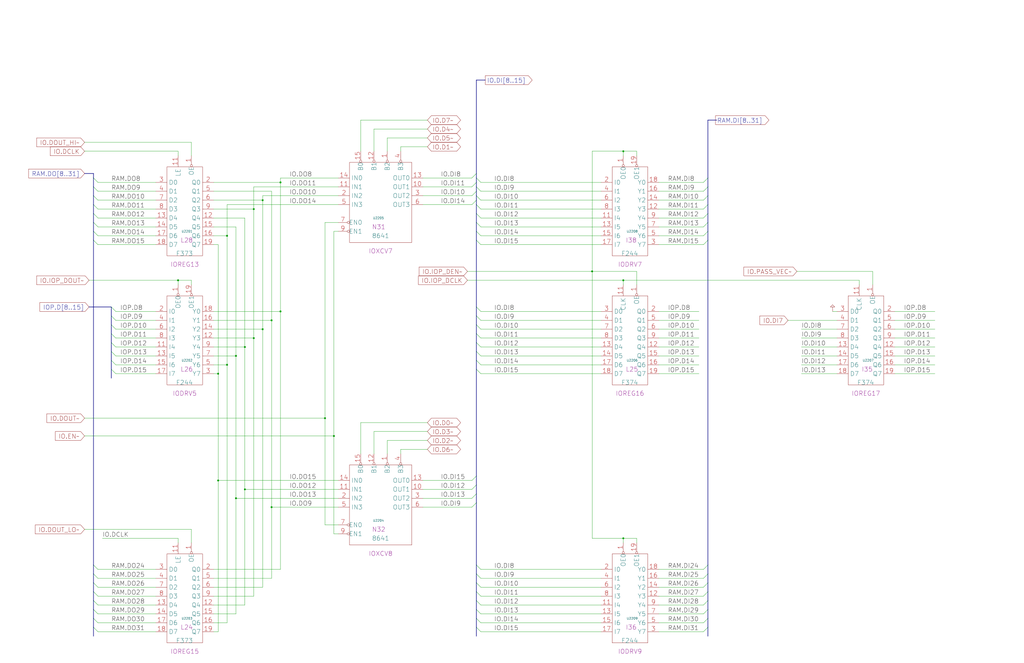
<source format=kicad_sch>
(kicad_sch (version 20220126) (generator eeschema)
  (paper "User" 584.2 378.46)
  (title_block (title "IO BUS\\nLSB DATA PATHS") (date "22-SEP-90") (rev "2.0") (comment 1 "IOC") (comment 2 "232-003061") (comment 3 "S400") (comment 4 "RELEASED"))
  (lib_symbols
    (symbol "r1000:8641" (pin_names (offset 1.016))
      (property "Reference" "U" (at 2.54 5.08 0))
      (property "Value" "8641" (at -1.27 -5.08 0))
      (property "Location" "___" (at -1.27 0 0))
      (property "Name" "______" (at 3.81 -15.24 0))
      (symbol "8641_1_1"
        (circle (center -14.605 -2.54) (radius 0.635))
        (circle (center -14.605 2.54) (radius 0.635))
        (rectangle (start -13.97 36.83) (end 21.59 -8.89))
        (circle (center -7.62 37.465) (radius 0.635))
        (circle (center 0 37.465) (radius 0.635))
        (circle (center 7.62 37.465) (radius 0.635))
        (circle (center 15.24 37.465) (radius 0.635))
        (pin bidirectional line (at 7.62 43.18 270) (length 5.08) (name "B2") (number "1"))
        (pin output line (at 27.94 22.86 180) (length 6.35) (name "OUT1") (number "10"))
        (pin input line (at -20.32 22.86 0) (length 6.35) (name "IN1") (number "11"))
        (pin bidirectional line (at 0 43.18 270) (length 5.08) (name "B1") (number "12"))
        (pin output line (at 27.94 27.94 180) (length 6.35) (name "OUT0") (number "13"))
        (pin input line (at -20.32 27.94 0) (length 6.35) (name "IN0") (number "14"))
        (pin bidirectional line (at -7.62 43.18 270) (length 5.08) (name "B0") (number "15"))
        (pin input line (at -20.32 17.78 0) (length 6.35) (name "IN2") (number "2"))
        (pin output line (at 27.94 17.78 180) (length 6.35) (name "OUT2") (number "3"))
        (pin bidirectional line (at 15.24 43.18 270) (length 5.08) (name "B3") (number "4"))
        (pin input line (at -20.32 12.7 0) (length 6.35) (name "IN3") (number "5"))
        (pin output line (at 27.94 12.7 180) (length 6.35) (name "OUT3") (number "6"))
        (pin input line (at -20.32 2.54 0) (length 5.08) (name "EN0") (number "7"))
        (pin input line (at -20.32 -2.54 0) (length 5.08) (name "EN1") (number "9"))
      )
    )
    (symbol "r1000:F244" (pin_names (offset 1.016))
      (property "Reference" "U" (at 2.54 5.08 0))
      (property "Value" "F244" (at -3.81 -7.62 0))
      (property "Location" "___" (at -1.27 0 0))
      (property "Name" "______" (at 1.27 -15.24 0))
      (symbol "F244_1_1"
        (rectangle (start -8.89 41.91) (end 11.43 -8.89))
        (circle (center -2.54 42.545) (radius 0.635))
        (circle (center 5.08 42.545) (radius 0.635))
        (pin input line (at -2.54 48.26 270) (length 5.08) (name "OE0") (number "1"))
        (pin input line (at -15.24 12.7 0) (length 6.35) (name "I4") (number "11"))
        (pin tri_state line (at 17.78 17.78 180) (length 6.35) (name "Y3") (number "12"))
        (pin input line (at -15.24 7.62 0) (length 6.35) (name "I5") (number "13"))
        (pin tri_state line (at 17.78 22.86 180) (length 6.35) (name "Y2") (number "14"))
        (pin input line (at -15.24 2.54 0) (length 6.35) (name "I6") (number "15"))
        (pin tri_state line (at 17.78 27.94 180) (length 6.35) (name "Y1") (number "16"))
        (pin input line (at -15.24 -2.54 0) (length 6.35) (name "I7") (number "17"))
        (pin tri_state line (at 17.78 33.02 180) (length 6.35) (name "Y0") (number "18"))
        (pin input line (at 5.08 48.26 270) (length 5.08) (name "OE1") (number "19"))
        (pin input line (at -15.24 33.02 0) (length 6.35) (name "I0") (number "2"))
        (pin tri_state line (at 17.78 -2.54 180) (length 6.35) (name "Y7") (number "3"))
        (pin input line (at -15.24 27.94 0) (length 6.35) (name "I1") (number "4"))
        (pin tri_state line (at 17.78 2.54 180) (length 6.35) (name "Y6") (number "5"))
        (pin input line (at -15.24 22.86 0) (length 6.35) (name "I2") (number "6"))
        (pin tri_state line (at 17.78 7.62 180) (length 6.35) (name "Y5") (number "7"))
        (pin input line (at -15.24 17.78 0) (length 6.35) (name "I3") (number "8"))
        (pin tri_state line (at 17.78 12.7 180) (length 6.35) (name "Y4") (number "9"))
      )
    )
    (symbol "r1000:F373" (pin_names (offset 1.016))
      (property "Reference" "U" (at 2.54 5.08 0))
      (property "Value" "F373" (at -3.81 -7.62 0))
      (property "Location" "___" (at -1.27 0 0))
      (property "Name" "______" (at 1.27 -15.24 0))
      (symbol "F373_1_1"
        (rectangle (start -8.89 41.91) (end 11.43 -8.89))
        (circle (center 5.08 42.545) (radius 0.635))
        (pin input line (at 5.08 48.26 270) (length 5.08) (name "OE") (number "1"))
        (pin input line (at -2.54 48.26 270) (length 6.35) (name "LE") (number "11"))
        (pin tri_state line (at 17.78 12.7 180) (length 6.35) (name "Q4") (number "12"))
        (pin input line (at -15.24 12.7 0) (length 6.35) (name "D4") (number "13"))
        (pin input line (at -15.24 7.62 0) (length 6.35) (name "D5") (number "14"))
        (pin tri_state line (at 17.78 7.62 180) (length 6.35) (name "Q5") (number "15"))
        (pin tri_state line (at 17.78 2.54 180) (length 6.35) (name "Q6") (number "16"))
        (pin input line (at -15.24 2.54 0) (length 6.35) (name "D6") (number "17"))
        (pin input line (at -15.24 -2.54 0) (length 6.35) (name "D7") (number "18"))
        (pin tri_state line (at 17.78 -2.54 180) (length 6.35) (name "Q7") (number "19"))
        (pin tri_state line (at 17.78 33.02 180) (length 6.35) (name "Q0") (number "2"))
        (pin input line (at -15.24 33.02 0) (length 6.35) (name "D0") (number "3"))
        (pin input line (at -15.24 27.94 0) (length 6.35) (name "D1") (number "4"))
        (pin tri_state line (at 17.78 27.94 180) (length 6.35) (name "Q1") (number "5"))
        (pin tri_state line (at 17.78 22.86 180) (length 6.35) (name "Q2") (number "6"))
        (pin input line (at -15.24 22.86 0) (length 6.35) (name "D2") (number "7"))
        (pin input line (at -15.24 17.78 0) (length 6.35) (name "D3") (number "8"))
        (pin tri_state line (at 17.78 17.78 180) (length 6.35) (name "Q3") (number "9"))
      )
    )
    (symbol "r1000:F374" (pin_names (offset 1.016))
      (property "Reference" "U" (at 2.54 5.08 0))
      (property "Value" "F374" (at -3.81 -7.62 0))
      (property "Location" "___" (at -1.27 0 0))
      (property "Name" "______" (at 1.27 -15.24 0))
      (symbol "F374_1_1"
        (rectangle (start -8.89 41.91) (end 11.43 -8.89))
        (circle (center 5.08 42.545) (radius 0.635))
        (pin input line (at 5.08 48.26 270) (length 5.08) (name "OE") (number "1"))
        (pin input line (at -2.54 48.26 270) (length 6.35) (name "CLK") (number "11"))
        (pin tri_state line (at 17.78 12.7 180) (length 6.35) (name "Q4") (number "12"))
        (pin input line (at -15.24 12.7 0) (length 6.35) (name "D4") (number "13"))
        (pin input line (at -15.24 7.62 0) (length 6.35) (name "D5") (number "14"))
        (pin tri_state line (at 17.78 7.62 180) (length 6.35) (name "Q5") (number "15"))
        (pin tri_state line (at 17.78 2.54 180) (length 6.35) (name "Q6") (number "16"))
        (pin input line (at -15.24 2.54 0) (length 6.35) (name "D6") (number "17"))
        (pin input line (at -15.24 -2.54 0) (length 6.35) (name "D7") (number "18"))
        (pin tri_state line (at 17.78 -2.54 180) (length 6.35) (name "Q7") (number "19"))
        (pin tri_state line (at 17.78 33.02 180) (length 6.35) (name "Q0") (number "2"))
        (pin input line (at -15.24 33.02 0) (length 6.35) (name "D0") (number "3"))
        (pin input line (at -15.24 27.94 0) (length 6.35) (name "D1") (number "4"))
        (pin tri_state line (at 17.78 27.94 180) (length 6.35) (name "Q1") (number "5"))
        (pin tri_state line (at 17.78 22.86 180) (length 6.35) (name "Q2") (number "6"))
        (pin input line (at -15.24 22.86 0) (length 6.35) (name "D2") (number "7"))
        (pin input line (at -15.24 17.78 0) (length 6.35) (name "D3") (number "8"))
        (pin tri_state line (at 17.78 17.78 180) (length 6.35) (name "Q3") (number "9"))
      )
    )
    (symbol "r1000:PU" (power) (pin_numbers hide) (pin_names hide)
      (symbol "PU_0_1"
        (polyline (pts (xy 0 2.54) (xy -1.27 2.54) (xy 0 3.81) (xy 1.27 2.54) (xy 0 2.54)) (stroke (width 0.1524)))
      )
      (symbol "PU_1_1"
        (pin power_in line (at 0 0 90) (length 2.54) (name "PU") (number "1"))
      )
    )
  )
  (bus (pts (xy 271.78 101.6) (xy 271.78 104.14)))
  (bus (pts (xy 271.78 104.14) (xy 271.78 106.68)))
  (bus (pts (xy 271.78 106.68) (xy 271.78 109.22)))
  (bus (pts (xy 271.78 109.22) (xy 271.78 111.76)))
  (bus (pts (xy 271.78 111.76) (xy 271.78 114.3)))
  (bus (pts (xy 271.78 114.3) (xy 271.78 116.84)))
  (bus (pts (xy 271.78 116.84) (xy 271.78 121.92)))
  (bus (pts (xy 271.78 121.92) (xy 271.78 127)))
  (bus (pts (xy 271.78 127) (xy 271.78 132.08)))
  (bus (pts (xy 271.78 132.08) (xy 271.78 137.16)))
  (bus (pts (xy 271.78 137.16) (xy 271.78 175.26)))
  (bus (pts (xy 271.78 175.26) (xy 271.78 180.34)))
  (bus (pts (xy 271.78 180.34) (xy 271.78 185.42)))
  (bus (pts (xy 271.78 185.42) (xy 271.78 190.5)))
  (bus (pts (xy 271.78 190.5) (xy 271.78 195.58)))
  (bus (pts (xy 271.78 195.58) (xy 271.78 200.66)))
  (bus (pts (xy 271.78 200.66) (xy 271.78 205.74)))
  (bus (pts (xy 271.78 205.74) (xy 271.78 210.82)))
  (bus (pts (xy 271.78 210.82) (xy 271.78 271.78)))
  (bus (pts (xy 271.78 271.78) (xy 271.78 276.86)))
  (bus (pts (xy 271.78 276.86) (xy 271.78 281.94)))
  (bus (pts (xy 271.78 281.94) (xy 271.78 287.02)))
  (bus (pts (xy 271.78 287.02) (xy 271.78 322.58)))
  (bus (pts (xy 271.78 322.58) (xy 271.78 327.66)))
  (bus (pts (xy 271.78 327.66) (xy 271.78 332.74)))
  (bus (pts (xy 271.78 332.74) (xy 271.78 337.82)))
  (bus (pts (xy 271.78 337.82) (xy 271.78 342.9)))
  (bus (pts (xy 271.78 342.9) (xy 271.78 347.98)))
  (bus (pts (xy 271.78 347.98) (xy 271.78 353.06)))
  (bus (pts (xy 271.78 353.06) (xy 271.78 358.14)))
  (bus (pts (xy 271.78 358.14) (xy 271.78 363.22)))
  (bus (pts (xy 271.78 45.72) (xy 271.78 99.06)))
  (bus (pts (xy 271.78 99.06) (xy 271.78 101.6)))
  (bus (pts (xy 276.86 45.72) (xy 271.78 45.72)))
  (bus (pts (xy 403.86 101.6) (xy 403.86 106.68)))
  (bus (pts (xy 403.86 106.68) (xy 403.86 111.76)))
  (bus (pts (xy 403.86 111.76) (xy 403.86 116.84)))
  (bus (pts (xy 403.86 116.84) (xy 403.86 121.92)))
  (bus (pts (xy 403.86 121.92) (xy 403.86 127)))
  (bus (pts (xy 403.86 127) (xy 403.86 132.08)))
  (bus (pts (xy 403.86 132.08) (xy 403.86 137.16)))
  (bus (pts (xy 403.86 137.16) (xy 403.86 322.58)))
  (bus (pts (xy 403.86 322.58) (xy 403.86 327.66)))
  (bus (pts (xy 403.86 327.66) (xy 403.86 332.74)))
  (bus (pts (xy 403.86 332.74) (xy 403.86 337.82)))
  (bus (pts (xy 403.86 337.82) (xy 403.86 342.9)))
  (bus (pts (xy 403.86 342.9) (xy 403.86 347.98)))
  (bus (pts (xy 403.86 347.98) (xy 403.86 353.06)))
  (bus (pts (xy 403.86 353.06) (xy 403.86 358.14)))
  (bus (pts (xy 403.86 358.14) (xy 403.86 363.22)))
  (bus (pts (xy 403.86 68.58) (xy 403.86 101.6)))
  (bus (pts (xy 403.86 68.58) (xy 408.94 68.58)))
  (bus (pts (xy 48.26 99.06) (xy 53.34 99.06)))
  (bus (pts (xy 50.8 175.26) (xy 63.5 175.26)))
  (bus (pts (xy 53.34 101.6) (xy 53.34 106.68)))
  (bus (pts (xy 53.34 106.68) (xy 53.34 111.76)))
  (bus (pts (xy 53.34 111.76) (xy 53.34 116.84)))
  (bus (pts (xy 53.34 116.84) (xy 53.34 121.92)))
  (bus (pts (xy 53.34 121.92) (xy 53.34 127)))
  (bus (pts (xy 53.34 127) (xy 53.34 132.08)))
  (bus (pts (xy 53.34 132.08) (xy 53.34 137.16)))
  (bus (pts (xy 53.34 137.16) (xy 53.34 322.58)))
  (bus (pts (xy 53.34 322.58) (xy 53.34 327.66)))
  (bus (pts (xy 53.34 327.66) (xy 53.34 332.74)))
  (bus (pts (xy 53.34 332.74) (xy 53.34 337.82)))
  (bus (pts (xy 53.34 337.82) (xy 53.34 342.9)))
  (bus (pts (xy 53.34 342.9) (xy 53.34 347.98)))
  (bus (pts (xy 53.34 347.98) (xy 53.34 353.06)))
  (bus (pts (xy 53.34 353.06) (xy 53.34 358.14)))
  (bus (pts (xy 53.34 358.14) (xy 53.34 363.22)))
  (bus (pts (xy 53.34 99.06) (xy 53.34 101.6)))
  (bus (pts (xy 63.5 175.26) (xy 63.5 180.34)))
  (bus (pts (xy 63.5 180.34) (xy 63.5 185.42)))
  (bus (pts (xy 63.5 185.42) (xy 63.5 190.5)))
  (bus (pts (xy 63.5 190.5) (xy 63.5 195.58)))
  (bus (pts (xy 63.5 195.58) (xy 63.5 200.66)))
  (bus (pts (xy 63.5 200.66) (xy 63.5 205.74)))
  (bus (pts (xy 63.5 205.74) (xy 63.5 210.82)))
  (bus (pts (xy 63.5 210.82) (xy 63.5 215.9)))
  (wire (pts (xy 101.6 160.02) (xy 101.6 162.56)))
  (wire (pts (xy 101.6 160.02) (xy 109.22 160.02)))
  (wire (pts (xy 101.6 307.34) (xy 101.6 309.88)))
  (wire (pts (xy 101.6 86.36) (xy 101.6 88.9)))
  (wire (pts (xy 109.22 160.02) (xy 109.22 162.56)))
  (wire (pts (xy 109.22 302.26) (xy 109.22 309.88)))
  (wire (pts (xy 109.22 81.28) (xy 109.22 88.9)))
  (wire (pts (xy 121.92 104.14) (xy 160.02 104.14)))
  (wire (pts (xy 121.92 114.3) (xy 149.86 114.3)))
  (wire (pts (xy 121.92 124.46) (xy 139.7 124.46)))
  (wire (pts (xy 121.92 134.62) (xy 129.54 134.62)))
  (wire (pts (xy 121.92 177.8) (xy 160.02 177.8)))
  (wire (pts (xy 121.92 182.88) (xy 154.94 182.88)))
  (wire (pts (xy 121.92 187.96) (xy 149.86 187.96)))
  (wire (pts (xy 121.92 193.04) (xy 144.78 193.04)))
  (wire (pts (xy 121.92 198.12) (xy 139.7 198.12)))
  (wire (pts (xy 121.92 203.2) (xy 134.62 203.2)))
  (wire (pts (xy 121.92 208.28) (xy 129.54 208.28)))
  (wire (pts (xy 121.92 213.36) (xy 124.46 213.36)))
  (wire (pts (xy 121.92 330.2) (xy 154.94 330.2)))
  (wire (pts (xy 121.92 340.36) (xy 144.78 340.36)))
  (wire (pts (xy 121.92 350.52) (xy 134.62 350.52)))
  (wire (pts (xy 121.92 360.68) (xy 124.46 360.68)))
  (wire (pts (xy 124.46 139.7) (xy 121.92 139.7)))
  (wire (pts (xy 124.46 213.36) (xy 124.46 139.7)))
  (wire (pts (xy 124.46 274.32) (xy 124.46 213.36)))
  (wire (pts (xy 124.46 274.32) (xy 193.04 274.32)))
  (wire (pts (xy 124.46 360.68) (xy 124.46 274.32)))
  (wire (pts (xy 129.54 116.84) (xy 129.54 134.62)))
  (wire (pts (xy 129.54 134.62) (xy 129.54 208.28)))
  (wire (pts (xy 129.54 208.28) (xy 129.54 355.6)))
  (wire (pts (xy 129.54 355.6) (xy 121.92 355.6)))
  (wire (pts (xy 134.62 129.54) (xy 121.92 129.54)))
  (wire (pts (xy 134.62 203.2) (xy 134.62 129.54)))
  (wire (pts (xy 134.62 284.48) (xy 134.62 203.2)))
  (wire (pts (xy 134.62 284.48) (xy 193.04 284.48)))
  (wire (pts (xy 134.62 350.52) (xy 134.62 284.48)))
  (wire (pts (xy 139.7 124.46) (xy 139.7 198.12)))
  (wire (pts (xy 139.7 198.12) (xy 139.7 279.4)))
  (wire (pts (xy 139.7 279.4) (xy 139.7 345.44)))
  (wire (pts (xy 139.7 279.4) (xy 193.04 279.4)))
  (wire (pts (xy 139.7 345.44) (xy 121.92 345.44)))
  (wire (pts (xy 144.78 106.68) (xy 144.78 119.38)))
  (wire (pts (xy 144.78 119.38) (xy 121.92 119.38)))
  (wire (pts (xy 144.78 193.04) (xy 144.78 119.38)))
  (wire (pts (xy 144.78 340.36) (xy 144.78 193.04)))
  (wire (pts (xy 149.86 111.76) (xy 149.86 114.3)))
  (wire (pts (xy 149.86 114.3) (xy 149.86 187.96)))
  (wire (pts (xy 149.86 187.96) (xy 149.86 335.28)))
  (wire (pts (xy 149.86 335.28) (xy 121.92 335.28)))
  (wire (pts (xy 154.94 109.22) (xy 121.92 109.22)))
  (wire (pts (xy 154.94 182.88) (xy 154.94 109.22)))
  (wire (pts (xy 154.94 289.56) (xy 154.94 182.88)))
  (wire (pts (xy 154.94 289.56) (xy 193.04 289.56)))
  (wire (pts (xy 154.94 330.2) (xy 154.94 289.56)))
  (wire (pts (xy 160.02 101.6) (xy 160.02 104.14)))
  (wire (pts (xy 160.02 104.14) (xy 160.02 177.8)))
  (wire (pts (xy 160.02 177.8) (xy 160.02 325.12)))
  (wire (pts (xy 160.02 325.12) (xy 121.92 325.12)))
  (wire (pts (xy 185.42 127) (xy 193.04 127)))
  (wire (pts (xy 185.42 238.76) (xy 185.42 127)))
  (wire (pts (xy 185.42 238.76) (xy 185.42 299.72)))
  (wire (pts (xy 185.42 299.72) (xy 193.04 299.72)))
  (wire (pts (xy 190.5 132.08) (xy 193.04 132.08)))
  (wire (pts (xy 190.5 248.92) (xy 190.5 132.08)))
  (wire (pts (xy 190.5 248.92) (xy 190.5 304.8)))
  (wire (pts (xy 190.5 304.8) (xy 193.04 304.8)))
  (wire (pts (xy 193.04 101.6) (xy 160.02 101.6)))
  (wire (pts (xy 193.04 106.68) (xy 144.78 106.68)))
  (wire (pts (xy 193.04 111.76) (xy 149.86 111.76)))
  (wire (pts (xy 193.04 116.84) (xy 129.54 116.84)))
  (wire (pts (xy 205.74 241.3) (xy 205.74 259.08)))
  (wire (pts (xy 205.74 68.58) (xy 243.84 68.58)))
  (wire (pts (xy 205.74 86.36) (xy 205.74 68.58)))
  (wire (pts (xy 213.36 246.38) (xy 243.84 246.38)))
  (wire (pts (xy 213.36 259.08) (xy 213.36 246.38)))
  (wire (pts (xy 213.36 73.66) (xy 213.36 86.36)))
  (wire (pts (xy 220.98 251.46) (xy 220.98 259.08)))
  (wire (pts (xy 220.98 78.74) (xy 243.84 78.74)))
  (wire (pts (xy 220.98 86.36) (xy 220.98 78.74)))
  (wire (pts (xy 228.6 256.54) (xy 243.84 256.54)))
  (wire (pts (xy 228.6 259.08) (xy 228.6 256.54)))
  (wire (pts (xy 228.6 83.82) (xy 228.6 86.36)))
  (wire (pts (xy 241.3 101.6) (xy 269.24 101.6)))
  (wire (pts (xy 241.3 106.68) (xy 269.24 106.68)))
  (wire (pts (xy 241.3 111.76) (xy 269.24 111.76)))
  (wire (pts (xy 241.3 116.84) (xy 269.24 116.84)))
  (wire (pts (xy 241.3 274.32) (xy 269.24 274.32)))
  (wire (pts (xy 241.3 279.4) (xy 269.24 279.4)))
  (wire (pts (xy 241.3 284.48) (xy 269.24 284.48)))
  (wire (pts (xy 241.3 289.56) (xy 269.24 289.56)))
  (wire (pts (xy 243.84 241.3) (xy 205.74 241.3)))
  (wire (pts (xy 243.84 251.46) (xy 220.98 251.46)))
  (wire (pts (xy 243.84 73.66) (xy 213.36 73.66)))
  (wire (pts (xy 243.84 83.82) (xy 228.6 83.82)))
  (wire (pts (xy 266.7 154.94) (xy 337.82 154.94)))
  (wire (pts (xy 266.7 160.02) (xy 355.6 160.02)))
  (wire (pts (xy 274.32 104.14) (xy 342.9 104.14)))
  (wire (pts (xy 274.32 109.22) (xy 342.9 109.22)))
  (wire (pts (xy 274.32 114.3) (xy 342.9 114.3)))
  (wire (pts (xy 274.32 119.38) (xy 342.9 119.38)))
  (wire (pts (xy 274.32 124.46) (xy 342.9 124.46)))
  (wire (pts (xy 274.32 129.54) (xy 342.9 129.54)))
  (wire (pts (xy 274.32 134.62) (xy 342.9 134.62)))
  (wire (pts (xy 274.32 139.7) (xy 342.9 139.7)))
  (wire (pts (xy 274.32 177.8) (xy 342.9 177.8)))
  (wire (pts (xy 274.32 182.88) (xy 342.9 182.88)))
  (wire (pts (xy 274.32 187.96) (xy 342.9 187.96)))
  (wire (pts (xy 274.32 193.04) (xy 342.9 193.04)))
  (wire (pts (xy 274.32 198.12) (xy 342.9 198.12)))
  (wire (pts (xy 274.32 203.2) (xy 342.9 203.2)))
  (wire (pts (xy 274.32 208.28) (xy 342.9 208.28)))
  (wire (pts (xy 274.32 213.36) (xy 342.9 213.36)))
  (wire (pts (xy 274.32 325.12) (xy 342.9 325.12)))
  (wire (pts (xy 274.32 330.2) (xy 342.9 330.2)))
  (wire (pts (xy 274.32 335.28) (xy 342.9 335.28)))
  (wire (pts (xy 274.32 340.36) (xy 342.9 340.36)))
  (wire (pts (xy 274.32 345.44) (xy 342.9 345.44)))
  (wire (pts (xy 274.32 350.52) (xy 342.9 350.52)))
  (wire (pts (xy 274.32 355.6) (xy 342.9 355.6)))
  (wire (pts (xy 274.32 360.68) (xy 342.9 360.68)))
  (wire (pts (xy 337.82 154.94) (xy 337.82 307.34)))
  (wire (pts (xy 337.82 154.94) (xy 337.82 86.36)))
  (wire (pts (xy 337.82 154.94) (xy 363.22 154.94)))
  (wire (pts (xy 337.82 307.34) (xy 355.6 307.34)))
  (wire (pts (xy 337.82 86.36) (xy 355.6 86.36)))
  (wire (pts (xy 355.6 160.02) (xy 355.6 162.56)))
  (wire (pts (xy 355.6 160.02) (xy 490.22 160.02)))
  (wire (pts (xy 355.6 307.34) (xy 355.6 309.88)))
  (wire (pts (xy 355.6 307.34) (xy 363.22 307.34)))
  (wire (pts (xy 355.6 86.36) (xy 355.6 88.9)))
  (wire (pts (xy 355.6 86.36) (xy 363.22 86.36)))
  (wire (pts (xy 363.22 154.94) (xy 363.22 162.56)))
  (wire (pts (xy 363.22 307.34) (xy 363.22 309.88)))
  (wire (pts (xy 363.22 86.36) (xy 363.22 88.9)))
  (wire (pts (xy 375.92 104.14) (xy 401.32 104.14)))
  (wire (pts (xy 375.92 109.22) (xy 401.32 109.22)))
  (wire (pts (xy 375.92 114.3) (xy 401.32 114.3)))
  (wire (pts (xy 375.92 119.38) (xy 401.32 119.38)))
  (wire (pts (xy 375.92 124.46) (xy 401.32 124.46)))
  (wire (pts (xy 375.92 129.54) (xy 401.32 129.54)))
  (wire (pts (xy 375.92 134.62) (xy 401.32 134.62)))
  (wire (pts (xy 375.92 139.7) (xy 401.32 139.7)))
  (wire (pts (xy 375.92 177.8) (xy 398.78 177.8)))
  (wire (pts (xy 375.92 182.88) (xy 398.78 182.88)))
  (wire (pts (xy 375.92 187.96) (xy 398.78 187.96)))
  (wire (pts (xy 375.92 193.04) (xy 398.78 193.04)))
  (wire (pts (xy 375.92 198.12) (xy 398.78 198.12)))
  (wire (pts (xy 375.92 203.2) (xy 398.78 203.2)))
  (wire (pts (xy 375.92 208.28) (xy 398.78 208.28)))
  (wire (pts (xy 375.92 213.36) (xy 398.78 213.36)))
  (wire (pts (xy 375.92 325.12) (xy 401.32 325.12)))
  (wire (pts (xy 375.92 330.2) (xy 401.32 330.2)))
  (wire (pts (xy 375.92 335.28) (xy 401.32 335.28)))
  (wire (pts (xy 375.92 340.36) (xy 401.32 340.36)))
  (wire (pts (xy 375.92 345.44) (xy 401.32 345.44)))
  (wire (pts (xy 375.92 350.52) (xy 401.32 350.52)))
  (wire (pts (xy 375.92 355.6) (xy 401.32 355.6)))
  (wire (pts (xy 375.92 360.68) (xy 401.32 360.68)))
  (wire (pts (xy 449.58 182.88) (xy 477.52 182.88)))
  (wire (pts (xy 454.66 154.94) (xy 497.84 154.94)))
  (wire (pts (xy 457.2 187.96) (xy 477.52 187.96)))
  (wire (pts (xy 457.2 193.04) (xy 477.52 193.04)))
  (wire (pts (xy 457.2 198.12) (xy 477.52 198.12)))
  (wire (pts (xy 457.2 203.2) (xy 477.52 203.2)))
  (wire (pts (xy 457.2 208.28) (xy 477.52 208.28)))
  (wire (pts (xy 457.2 213.36) (xy 477.52 213.36)))
  (wire (pts (xy 474.98 177.8) (xy 477.52 177.8)))
  (wire (pts (xy 48.26 238.76) (xy 185.42 238.76)))
  (wire (pts (xy 48.26 248.92) (xy 190.5 248.92)))
  (wire (pts (xy 48.26 302.26) (xy 109.22 302.26)))
  (wire (pts (xy 48.26 81.28) (xy 109.22 81.28)))
  (wire (pts (xy 48.26 86.36) (xy 101.6 86.36)))
  (wire (pts (xy 490.22 160.02) (xy 490.22 162.56)))
  (wire (pts (xy 497.84 154.94) (xy 497.84 162.56)))
  (wire (pts (xy 50.8 160.02) (xy 101.6 160.02)))
  (wire (pts (xy 510.54 177.8) (xy 533.4 177.8)))
  (wire (pts (xy 510.54 182.88) (xy 533.4 182.88)))
  (wire (pts (xy 510.54 187.96) (xy 533.4 187.96)))
  (wire (pts (xy 510.54 193.04) (xy 533.4 193.04)))
  (wire (pts (xy 510.54 198.12) (xy 533.4 198.12)))
  (wire (pts (xy 510.54 203.2) (xy 533.4 203.2)))
  (wire (pts (xy 510.54 208.28) (xy 533.4 208.28)))
  (wire (pts (xy 510.54 213.36) (xy 533.4 213.36)))
  (wire (pts (xy 55.88 104.14) (xy 88.9 104.14)))
  (wire (pts (xy 55.88 109.22) (xy 88.9 109.22)))
  (wire (pts (xy 55.88 114.3) (xy 88.9 114.3)))
  (wire (pts (xy 55.88 119.38) (xy 88.9 119.38)))
  (wire (pts (xy 55.88 124.46) (xy 88.9 124.46)))
  (wire (pts (xy 55.88 129.54) (xy 88.9 129.54)))
  (wire (pts (xy 55.88 134.62) (xy 88.9 134.62)))
  (wire (pts (xy 55.88 139.7) (xy 88.9 139.7)))
  (wire (pts (xy 55.88 325.12) (xy 88.9 325.12)))
  (wire (pts (xy 55.88 330.2) (xy 88.9 330.2)))
  (wire (pts (xy 55.88 335.28) (xy 88.9 335.28)))
  (wire (pts (xy 55.88 340.36) (xy 88.9 340.36)))
  (wire (pts (xy 55.88 345.44) (xy 88.9 345.44)))
  (wire (pts (xy 55.88 350.52) (xy 88.9 350.52)))
  (wire (pts (xy 55.88 355.6) (xy 88.9 355.6)))
  (wire (pts (xy 55.88 360.68) (xy 88.9 360.68)))
  (wire (pts (xy 58.42 307.34) (xy 101.6 307.34)))
  (wire (pts (xy 66.04 177.8) (xy 88.9 177.8)))
  (wire (pts (xy 66.04 182.88) (xy 88.9 182.88)))
  (wire (pts (xy 66.04 187.96) (xy 88.9 187.96)))
  (wire (pts (xy 66.04 193.04) (xy 88.9 193.04)))
  (wire (pts (xy 66.04 198.12) (xy 88.9 198.12)))
  (wire (pts (xy 66.04 203.2) (xy 88.9 203.2)))
  (wire (pts (xy 66.04 208.28) (xy 88.9 208.28)))
  (wire (pts (xy 66.04 213.36) (xy 88.9 213.36)))
  (global_label "IO.DOUT_HI~" (shape input) (at 48.26 81.28 180) (effects (font (size 2.54 2.54))) (property "Intersheet References" "${INTERSHEET_REFS}" (at 20.5559 81.1213 0) (effects (font (size 1.905 1.905)) (justify right))))
  (global_label "IO.DCLK" (shape input) (at 48.26 86.36 180) (effects (font (size 2.54 2.54))) (property "Intersheet References" "${INTERSHEET_REFS}" (at 28.2968 86.2013 0) (effects (font (size 1.905 1.905)) (justify right))))
  (global_label "RAM.DO[8..31]" (shape input) (at 48.26 99.06 180) (effects (font (size 2.54 2.54))) (property "Intersheet References" "${INTERSHEET_REFS}" (at 15.9597 98.9013 0) (effects (font (size 1.905 1.905)) (justify right))))
  (global_label "IO.DOUT~" (shape input) (at 48.26 238.76 180) (effects (font (size 2.54 2.54))) (property "Intersheet References" "${INTERSHEET_REFS}" (at 26.3616 238.6013 0) (effects (font (size 1.905 1.905)) (justify right))))
  (global_label "IO.EN~" (shape input) (at 48.26 248.92 180) (effects (font (size 2.54 2.54))) (property "Intersheet References" "${INTERSHEET_REFS}" (at 31.1997 248.7613 0) (effects (font (size 1.905 1.905)) (justify right))))
  (global_label "IO.DOUT_LO~" (shape input) (at 48.26 302.26 180) (effects (font (size 2.54 2.54))) (property "Intersheet References" "${INTERSHEET_REFS}" (at 19.7092 302.1013 0) (effects (font (size 1.905 1.905)) (justify right))))
  (global_label "IO.IOP_DOUT~" (shape input) (at 50.8 160.02 180) (effects (font (size 2.54 2.54))) (property "Intersheet References" "${INTERSHEET_REFS}" (at 20.5559 159.8613 0) (effects (font (size 1.905 1.905)) (justify right))))
  (global_label "IOP.D[8..15]" (shape input) (at 50.8 175.26 180) (effects (font (size 2.54 2.54))) (property "Intersheet References" "${INTERSHEET_REFS}" (at 22.3701 175.1013 0) (effects (font (size 1.905 1.905)) (justify right))))
  (bus_entry (at 53.34 101.6) (size 2.54 2.54))
  (bus_entry (at 53.34 106.68) (size 2.54 2.54))
  (bus_entry (at 53.34 111.76) (size 2.54 2.54))
  (bus_entry (at 53.34 116.84) (size 2.54 2.54))
  (bus_entry (at 53.34 121.92) (size 2.54 2.54))
  (bus_entry (at 53.34 127) (size 2.54 2.54))
  (bus_entry (at 53.34 132.08) (size 2.54 2.54))
  (bus_entry (at 53.34 137.16) (size 2.54 2.54))
  (bus_entry (at 53.34 322.58) (size 2.54 2.54))
  (bus_entry (at 53.34 327.66) (size 2.54 2.54))
  (bus_entry (at 53.34 332.74) (size 2.54 2.54))
  (bus_entry (at 53.34 337.82) (size 2.54 2.54))
  (bus_entry (at 53.34 342.9) (size 2.54 2.54))
  (bus_entry (at 53.34 347.98) (size 2.54 2.54))
  (bus_entry (at 53.34 353.06) (size 2.54 2.54))
  (bus_entry (at 53.34 358.14) (size 2.54 2.54))
  (label "IO.DCLK" (at 58.42 307.34 0) (effects (font (size 2.54 2.54))))
  (label "RAM.DO8" (at 63.5 104.14 0) (effects (font (size 2.54 2.54))))
  (label "RAM.DO9" (at 63.5 109.22 0) (effects (font (size 2.54 2.54))))
  (label "RAM.DO10" (at 63.5 114.3 0) (effects (font (size 2.54 2.54))))
  (label "RAM.DO11" (at 63.5 119.38 0) (effects (font (size 2.54 2.54))))
  (label "RAM.DO12" (at 63.5 124.46 0) (effects (font (size 2.54 2.54))))
  (label "RAM.DO13" (at 63.5 129.54 0) (effects (font (size 2.54 2.54))))
  (label "RAM.DO14" (at 63.5 134.62 0) (effects (font (size 2.54 2.54))))
  (label "RAM.DO15" (at 63.5 139.7 0) (effects (font (size 2.54 2.54))))
  (bus_entry (at 63.5 175.26) (size 2.54 2.54))
  (bus_entry (at 63.5 180.34) (size 2.54 2.54))
  (bus_entry (at 63.5 185.42) (size 2.54 2.54))
  (bus_entry (at 63.5 190.5) (size 2.54 2.54))
  (bus_entry (at 63.5 195.58) (size 2.54 2.54))
  (bus_entry (at 63.5 200.66) (size 2.54 2.54))
  (bus_entry (at 63.5 205.74) (size 2.54 2.54))
  (bus_entry (at 63.5 210.82) (size 2.54 2.54))
  (label "RAM.DO24" (at 63.5 325.12 0) (effects (font (size 2.54 2.54))))
  (label "RAM.DO25" (at 63.5 330.2 0) (effects (font (size 2.54 2.54))))
  (label "RAM.DO26" (at 63.5 335.28 0) (effects (font (size 2.54 2.54))))
  (label "RAM.DO27" (at 63.5 340.36 0) (effects (font (size 2.54 2.54))))
  (label "RAM.DO28" (at 63.5 345.44 0) (effects (font (size 2.54 2.54))))
  (label "RAM.DO29" (at 63.5 350.52 0) (effects (font (size 2.54 2.54))))
  (label "RAM.DO30" (at 63.5 355.6 0) (effects (font (size 2.54 2.54))))
  (label "RAM.DO31" (at 63.5 360.68 0) (effects (font (size 2.54 2.54))))
  (label "IOP.D8" (at 68.58 177.8 0) (effects (font (size 2.54 2.54))))
  (label "IOP.D9" (at 68.58 182.88 0) (effects (font (size 2.54 2.54))))
  (label "IOP.D10" (at 68.58 187.96 0) (effects (font (size 2.54 2.54))))
  (label "IOP.D11" (at 68.58 193.04 0) (effects (font (size 2.54 2.54))))
  (label "IOP.D12" (at 68.58 198.12 0) (effects (font (size 2.54 2.54))))
  (label "IOP.D13" (at 68.58 203.2 0) (effects (font (size 2.54 2.54))))
  (label "IOP.D14" (at 68.58 208.28 0) (effects (font (size 2.54 2.54))))
  (label "IOP.D15" (at 68.58 213.36 0) (effects (font (size 2.54 2.54))))
  (junction (at 101.6 160.02))
  (symbol (lib_id "r1000:F373") (at 104.14 137.16 0) (unit 1)
    (property "Reference" "U2201" (at 106.68 132.08 0))
    (property "Value" "F373" (at 100.33 144.78 0) (effects (font (size 2.54 2.54)) (justify left)))
    (property "Location" "L28" (at 102.87 137.16 0) (effects (font (size 2.54 2.54)) (justify left)))
    (property "Name" "IOREG13" (at 105.41 152.4 0) (effects (font (size 2.54 2.54)) (justify bottom)))
  )
  (symbol (lib_id "r1000:F244") (at 104.14 210.82 0) (unit 1)
    (property "Reference" "U2202" (at 106.68 205.74 0))
    (property "Value" "F244" (at 100.33 218.44 0) (effects (font (size 2.54 2.54)) (justify left)))
    (property "Location" "L26" (at 102.87 210.82 0) (effects (font (size 2.54 2.54)) (justify left)))
    (property "Name" "IODRV5" (at 105.41 226.06 0) (effects (font (size 2.54 2.54)) (justify bottom)))
  )
  (symbol (lib_id "r1000:F373") (at 104.14 358.14 0) (unit 1)
    (property "Reference" "U2203" (at 106.68 353.06 0))
    (property "Value" "F373" (at 100.33 365.76 0) (effects (font (size 2.54 2.54)) (justify left)))
    (property "Location" "L24" (at 102.87 358.14 0) (effects (font (size 2.54 2.54)) (justify left)))
    (property "Name" "IOREG15" (at 105.41 373.38 0) (effects (font (size 2.54 2.54)) (justify bottom)))
  )
  (junction (at 124.46 213.36))
  (junction (at 124.46 274.32))
  (junction (at 129.54 134.62))
  (junction (at 129.54 208.28))
  (junction (at 134.62 203.2))
  (junction (at 134.62 284.48))
  (junction (at 139.7 198.12))
  (junction (at 139.7 279.4))
  (junction (at 144.78 119.38))
  (junction (at 144.78 193.04))
  (junction (at 149.86 114.3))
  (junction (at 149.86 187.96))
  (junction (at 154.94 182.88))
  (junction (at 154.94 289.56))
  (junction (at 160.02 104.14))
  (junction (at 160.02 177.8))
  (label "IO.DO8" (at 165.1 101.6 0) (effects (font (size 2.54 2.54))))
  (label "IO.DO11" (at 165.1 106.68 0) (effects (font (size 2.54 2.54))))
  (label "IO.DO10" (at 165.1 111.76 0) (effects (font (size 2.54 2.54))))
  (label "IO.DO14" (at 165.1 116.84 0) (effects (font (size 2.54 2.54))))
  (label "IO.DO15" (at 165.1 274.32 0) (effects (font (size 2.54 2.54))))
  (label "IO.DO12" (at 165.1 279.4 0) (effects (font (size 2.54 2.54))))
  (label "IO.DO13" (at 165.1 284.48 0) (effects (font (size 2.54 2.54))))
  (label "IO.DO9" (at 165.1 289.56 0) (effects (font (size 2.54 2.54))))
  (junction (at 185.42 238.76))
  (junction (at 190.5 248.92))
  (symbol (lib_id "r1000:8641") (at 213.36 129.54 0) (unit 1)
    (property "Reference" "U2205" (at 215.9 124.46 0))
    (property "Value" "8641" (at 212.09 134.62 0) (effects (font (size 2.54 2.54)) (justify left)))
    (property "Location" "N31" (at 212.09 129.54 0) (effects (font (size 2.54 2.54)) (justify left)))
    (property "Name" "IOXCV7" (at 217.17 144.78 0) (effects (font (size 2.54 2.54)) (justify bottom)))
  )
  (symbol (lib_id "r1000:8641") (at 213.36 302.26 0) (unit 1)
    (property "Reference" "U2204" (at 215.9 297.18 0))
    (property "Value" "8641" (at 212.09 307.34 0) (effects (font (size 2.54 2.54)) (justify left)))
    (property "Location" "N32" (at 212.09 302.26 0) (effects (font (size 2.54 2.54)) (justify left)))
    (property "Name" "IOXCV8" (at 217.17 317.5 0) (effects (font (size 2.54 2.54)) (justify bottom)))
  )
  (global_label "IO.D7~" (shape bidirectional) (at 243.84 68.58 0) (effects (font (size 2.54 2.54))) (property "Intersheet References" "${INTERSHEET_REFS}" (at 260.9003 68.4213 0) (effects (font (size 1.905 1.905)) (justify left))))
  (global_label "IO.D4~" (shape bidirectional) (at 243.84 73.66 0) (effects (font (size 2.54 2.54))) (property "Intersheet References" "${INTERSHEET_REFS}" (at 260.9003 73.5013 0) (effects (font (size 1.905 1.905)) (justify left))))
  (global_label "IO.D5~" (shape bidirectional) (at 243.84 78.74 0) (effects (font (size 2.54 2.54))) (property "Intersheet References" "${INTERSHEET_REFS}" (at 260.9003 78.5813 0) (effects (font (size 1.905 1.905)) (justify left))))
  (global_label "IO.D1~" (shape bidirectional) (at 243.84 83.82 0) (effects (font (size 2.54 2.54))) (property "Intersheet References" "${INTERSHEET_REFS}" (at 260.9003 83.6613 0) (effects (font (size 1.905 1.905)) (justify left))))
  (global_label "IO.D0~" (shape bidirectional) (at 243.84 241.3 0) (effects (font (size 2.54 2.54))) (property "Intersheet References" "${INTERSHEET_REFS}" (at 260.9003 241.1413 0) (effects (font (size 1.905 1.905)) (justify left))))
  (global_label "IO.D3~" (shape bidirectional) (at 243.84 246.38 0) (effects (font (size 2.54 2.54))) (property "Intersheet References" "${INTERSHEET_REFS}" (at 260.9003 246.2213 0) (effects (font (size 1.905 1.905)) (justify left))))
  (global_label "IO.D2~" (shape bidirectional) (at 243.84 251.46 0) (effects (font (size 2.54 2.54))) (property "Intersheet References" "${INTERSHEET_REFS}" (at 260.9003 251.3013 0) (effects (font (size 1.905 1.905)) (justify left))))
  (global_label "IO.D6~" (shape bidirectional) (at 243.84 256.54 0) (effects (font (size 2.54 2.54))) (property "Intersheet References" "${INTERSHEET_REFS}" (at 260.9003 256.3813 0) (effects (font (size 1.905 1.905)) (justify left))))
  (label "IO.DI8" (at 251.46 101.6 0) (effects (font (size 2.54 2.54))))
  (label "IO.DI11" (at 251.46 106.68 0) (effects (font (size 2.54 2.54))))
  (label "IO.DI10" (at 251.46 111.76 0) (effects (font (size 2.54 2.54))))
  (label "IO.DI14" (at 251.46 116.84 0) (effects (font (size 2.54 2.54))))
  (label "IO.DI15" (at 251.46 274.32 0) (effects (font (size 2.54 2.54))))
  (label "IO.DI12" (at 251.46 279.4 0) (effects (font (size 2.54 2.54))))
  (label "IO.DI13" (at 251.46 284.48 0) (effects (font (size 2.54 2.54))))
  (label "IO.DI9" (at 251.46 289.56 0) (effects (font (size 2.54 2.54))))
  (global_label "IO.IOP_DEN~" (shape input) (at 266.7 154.94 180) (effects (font (size 2.54 2.54))) (property "Intersheet References" "${INTERSHEET_REFS}" (at 238.754 154.7813 0) (effects (font (size 1.905 1.905)) (justify right))))
  (global_label "IO.IOP_DCLK" (shape input) (at 266.7 160.02 180) (effects (font (size 2.54 2.54))) (property "Intersheet References" "${INTERSHEET_REFS}" (at 238.3911 159.8613 0) (effects (font (size 1.905 1.905)) (justify right))))
  (bus_entry (at 271.78 99.06) (size -2.54 2.54))
  (bus_entry (at 271.78 101.6) (size 2.54 2.54))
  (bus_entry (at 271.78 104.14) (size -2.54 2.54))
  (bus_entry (at 271.78 106.68) (size 2.54 2.54))
  (bus_entry (at 271.78 109.22) (size -2.54 2.54))
  (bus_entry (at 271.78 111.76) (size 2.54 2.54))
  (bus_entry (at 271.78 114.3) (size -2.54 2.54))
  (bus_entry (at 271.78 116.84) (size 2.54 2.54))
  (bus_entry (at 271.78 121.92) (size 2.54 2.54))
  (bus_entry (at 271.78 127) (size 2.54 2.54))
  (bus_entry (at 271.78 132.08) (size 2.54 2.54))
  (bus_entry (at 271.78 137.16) (size 2.54 2.54))
  (bus_entry (at 271.78 175.26) (size 2.54 2.54))
  (bus_entry (at 271.78 180.34) (size 2.54 2.54))
  (bus_entry (at 271.78 185.42) (size 2.54 2.54))
  (bus_entry (at 271.78 190.5) (size 2.54 2.54))
  (bus_entry (at 271.78 195.58) (size 2.54 2.54))
  (bus_entry (at 271.78 200.66) (size 2.54 2.54))
  (bus_entry (at 271.78 205.74) (size 2.54 2.54))
  (bus_entry (at 271.78 210.82) (size 2.54 2.54))
  (bus_entry (at 271.78 271.78) (size -2.54 2.54))
  (bus_entry (at 271.78 276.86) (size -2.54 2.54))
  (bus_entry (at 271.78 281.94) (size -2.54 2.54))
  (bus_entry (at 271.78 287.02) (size -2.54 2.54))
  (bus_entry (at 271.78 322.58) (size 2.54 2.54))
  (bus_entry (at 271.78 327.66) (size 2.54 2.54))
  (bus_entry (at 271.78 332.74) (size 2.54 2.54))
  (bus_entry (at 271.78 337.82) (size 2.54 2.54))
  (bus_entry (at 271.78 342.9) (size 2.54 2.54))
  (bus_entry (at 271.78 347.98) (size 2.54 2.54))
  (bus_entry (at 271.78 353.06) (size 2.54 2.54))
  (bus_entry (at 271.78 358.14) (size 2.54 2.54))
  (global_label "IO.DI[8..15]" (shape output) (at 276.86 45.72 0) (effects (font (size 2.54 2.54))) (property "Intersheet References" "${INTERSHEET_REFS}" (at 303.9594 45.5613 0) (effects (font (size 1.905 1.905)) (justify left))))
  (label "IO.DI8" (at 281.94 104.14 0) (effects (font (size 2.54 2.54))))
  (label "IO.DI9" (at 281.94 109.22 0) (effects (font (size 2.54 2.54))))
  (label "IO.DI10" (at 281.94 114.3 0) (effects (font (size 2.54 2.54))))
  (label "IO.DI11" (at 281.94 119.38 0) (effects (font (size 2.54 2.54))))
  (label "IO.DI12" (at 281.94 124.46 0) (effects (font (size 2.54 2.54))))
  (label "IO.DI13" (at 281.94 129.54 0) (effects (font (size 2.54 2.54))))
  (label "IO.DI14" (at 281.94 134.62 0) (effects (font (size 2.54 2.54))))
  (label "IO.DI15" (at 281.94 139.7 0) (effects (font (size 2.54 2.54))))
  (label "IO.DI8" (at 281.94 177.8 0) (effects (font (size 2.54 2.54))))
  (label "IO.DI9" (at 281.94 182.88 0) (effects (font (size 2.54 2.54))))
  (label "IO.DI10" (at 281.94 187.96 0) (effects (font (size 2.54 2.54))))
  (label "IO.DI11" (at 281.94 193.04 0) (effects (font (size 2.54 2.54))))
  (label "IO.DI12" (at 281.94 198.12 0) (effects (font (size 2.54 2.54))))
  (label "IO.DI13" (at 281.94 203.2 0) (effects (font (size 2.54 2.54))))
  (label "IO.DI14" (at 281.94 208.28 0) (effects (font (size 2.54 2.54))))
  (label "IO.DI15" (at 281.94 213.36 0) (effects (font (size 2.54 2.54))))
  (label "IO.DI8" (at 281.94 325.12 0) (effects (font (size 2.54 2.54))))
  (label "IO.DI9" (at 281.94 330.2 0) (effects (font (size 2.54 2.54))))
  (label "IO.DI10" (at 281.94 335.28 0) (effects (font (size 2.54 2.54))))
  (label "IO.DI11" (at 281.94 340.36 0) (effects (font (size 2.54 2.54))))
  (label "IO.DI12" (at 281.94 345.44 0) (effects (font (size 2.54 2.54))))
  (label "IO.DI13" (at 281.94 350.52 0) (effects (font (size 2.54 2.54))))
  (label "IO.DI14" (at 281.94 355.6 0) (effects (font (size 2.54 2.54))))
  (label "IO.DI15" (at 281.94 360.68 0) (effects (font (size 2.54 2.54))))
  (junction (at 337.82 154.94))
  (junction (at 355.6 86.36))
  (junction (at 355.6 160.02))
  (junction (at 355.6 307.34))
  (symbol (lib_id "r1000:F244") (at 358.14 137.16 0) (unit 1)
    (property "Reference" "U2208" (at 360.68 132.08 0))
    (property "Value" "F244" (at 354.33 144.78 0) (effects (font (size 2.54 2.54)) (justify left)))
    (property "Location" "I38" (at 356.87 137.16 0) (effects (font (size 2.54 2.54)) (justify left)))
    (property "Name" "IODRV7" (at 359.41 152.4 0) (effects (font (size 2.54 2.54)) (justify bottom)))
  )
  (symbol (lib_id "r1000:F374") (at 358.14 210.82 0) (unit 1)
    (property "Reference" "U2206" (at 360.68 205.74 0))
    (property "Value" "F374" (at 354.33 218.44 0) (effects (font (size 2.54 2.54)) (justify left)))
    (property "Location" "L25" (at 356.87 210.82 0) (effects (font (size 2.54 2.54)) (justify left)))
    (property "Name" "IOREG16" (at 359.41 226.06 0) (effects (font (size 2.54 2.54)) (justify bottom)))
  )
  (symbol (lib_id "r1000:F244") (at 358.14 358.14 0) (unit 1)
    (property "Reference" "U2209" (at 360.68 353.06 0))
    (property "Value" "F244" (at 354.33 365.76 0) (effects (font (size 2.54 2.54)) (justify left)))
    (property "Location" "I36" (at 356.87 358.14 0) (effects (font (size 2.54 2.54)) (justify left)))
    (property "Name" "IODRV9" (at 359.41 373.38 0) (effects (font (size 2.54 2.54)) (justify bottom)))
  )
  (label "RAM.DI8" (at 381 104.14 0) (effects (font (size 2.54 2.54))))
  (label "RAM.DI9" (at 381 109.22 0) (effects (font (size 2.54 2.54))))
  (label "RAM.DI10" (at 381 114.3 0) (effects (font (size 2.54 2.54))))
  (label "RAM.DI11" (at 381 119.38 0) (effects (font (size 2.54 2.54))))
  (label "RAM.DI12" (at 381 124.46 0) (effects (font (size 2.54 2.54))))
  (label "RAM.DI13" (at 381 129.54 0) (effects (font (size 2.54 2.54))))
  (label "RAM.DI14" (at 381 134.62 0) (effects (font (size 2.54 2.54))))
  (label "RAM.DI15" (at 381 139.7 0) (effects (font (size 2.54 2.54))))
  (label "IOP.D8" (at 381 177.8 0) (effects (font (size 2.54 2.54))))
  (label "IOP.D9" (at 381 182.88 0) (effects (font (size 2.54 2.54))))
  (label "IOP.D10" (at 381 187.96 0) (effects (font (size 2.54 2.54))))
  (label "IOP.D11" (at 381 193.04 0) (effects (font (size 2.54 2.54))))
  (label "IOP.D12" (at 381 198.12 0) (effects (font (size 2.54 2.54))))
  (label "IOP.D13" (at 381 203.2 0) (effects (font (size 2.54 2.54))))
  (label "IOP.D14" (at 381 208.28 0) (effects (font (size 2.54 2.54))))
  (label "IOP.D15" (at 381 213.36 0) (effects (font (size 2.54 2.54))))
  (label "RAM.DI24" (at 381 325.12 0) (effects (font (size 2.54 2.54))))
  (label "RAM.DI25" (at 381 330.2 0) (effects (font (size 2.54 2.54))))
  (label "RAM.DI26" (at 381 335.28 0) (effects (font (size 2.54 2.54))))
  (label "RAM.DI27" (at 381 340.36 0) (effects (font (size 2.54 2.54))))
  (label "RAM.DI28" (at 381 345.44 0) (effects (font (size 2.54 2.54))))
  (label "RAM.DI29" (at 381 350.52 0) (effects (font (size 2.54 2.54))))
  (label "RAM.DI30" (at 381 355.6 0) (effects (font (size 2.54 2.54))))
  (label "RAM.DI31" (at 381 360.68 0) (effects (font (size 2.54 2.54))))
  (bus_entry (at 403.86 101.6) (size -2.54 2.54))
  (bus_entry (at 403.86 106.68) (size -2.54 2.54))
  (bus_entry (at 403.86 111.76) (size -2.54 2.54))
  (bus_entry (at 403.86 116.84) (size -2.54 2.54))
  (bus_entry (at 403.86 121.92) (size -2.54 2.54))
  (bus_entry (at 403.86 127) (size -2.54 2.54))
  (bus_entry (at 403.86 132.08) (size -2.54 2.54))
  (bus_entry (at 403.86 137.16) (size -2.54 2.54))
  (bus_entry (at 403.86 322.58) (size -2.54 2.54))
  (bus_entry (at 403.86 327.66) (size -2.54 2.54))
  (bus_entry (at 403.86 332.74) (size -2.54 2.54))
  (bus_entry (at 403.86 337.82) (size -2.54 2.54))
  (bus_entry (at 403.86 342.9) (size -2.54 2.54))
  (bus_entry (at 403.86 347.98) (size -2.54 2.54))
  (bus_entry (at 403.86 353.06) (size -2.54 2.54))
  (bus_entry (at 403.86 358.14) (size -2.54 2.54))
  (global_label "RAM.DI[8..31]" (shape output) (at 408.1838 68.58 0) (effects (font (size 2.54 2.54))) (property "Intersheet References" "${INTERSHEET_REFS}" (at 439.0327 68.4213 0) (effects (font (size 1.905 1.905)) (justify left))))
  (global_label "IO.DI7" (shape input) (at 449.58 182.88 180) (effects (font (size 2.54 2.54))) (property "Intersheet References" "${INTERSHEET_REFS}" (at 433.1244 182.7213 0) (effects (font (size 1.905 1.905)) (justify right))))
  (global_label "IO.PASS_VEC~" (shape input) (at 454.66 154.94 180) (effects (font (size 2.54 2.54))) (property "Intersheet References" "${INTERSHEET_REFS}" (at 424.053 154.7813 0) (effects (font (size 1.905 1.905)) (justify right))))
  (label "IO.DI8" (at 457.2 187.96 0) (effects (font (size 2.54 2.54))))
  (label "IO.DI9" (at 457.2 193.04 0) (effects (font (size 2.54 2.54))))
  (label "IO.DI10" (at 457.2 198.12 0) (effects (font (size 2.54 2.54))))
  (label "IO.DI11" (at 457.2 203.2 0) (effects (font (size 2.54 2.54))))
  (label "IO.DI12" (at 457.2 208.28 0) (effects (font (size 2.54 2.54))))
  (label "IO.DI13" (at 457.2 213.36 0) (effects (font (size 2.54 2.54))))
  (symbol (lib_id "r1000:PU") (at 474.98 177.8 0) (unit 1)
    (property "Reference" "#PWR02201" (effects hide))
    (property "Value" "PU" (effects hide))
  )
  (symbol (lib_id "r1000:F374") (at 492.76 210.82 0) (unit 1)
    (property "Reference" "U2207" (at 495.3 205.74 0))
    (property "Value" "F374" (at 488.95 218.44 0) (effects (font (size 2.54 2.54)) (justify left)))
    (property "Location" "I35" (at 491.49 210.82 0) (effects (font (size 2.54 2.54)) (justify left)))
    (property "Name" "IOREG17" (at 494.03 226.06 0) (effects (font (size 2.54 2.54)) (justify bottom)))
  )
  (label "IOP.D8" (at 515.62 177.8 0) (effects (font (size 2.54 2.54))))
  (label "IOP.D9" (at 515.62 182.88 0) (effects (font (size 2.54 2.54))))
  (label "IOP.D10" (at 515.62 187.96 0) (effects (font (size 2.54 2.54))))
  (label "IOP.D11" (at 515.62 193.04 0) (effects (font (size 2.54 2.54))))
  (label "IOP.D12" (at 515.62 198.12 0) (effects (font (size 2.54 2.54))))
  (label "IOP.D13" (at 515.62 203.2 0) (effects (font (size 2.54 2.54))))
  (label "IOP.D14" (at 515.62 208.28 0) (effects (font (size 2.54 2.54))))
  (label "IOP.D15" (at 515.62 213.36 0) (effects (font (size 2.54 2.54))))
)
</source>
